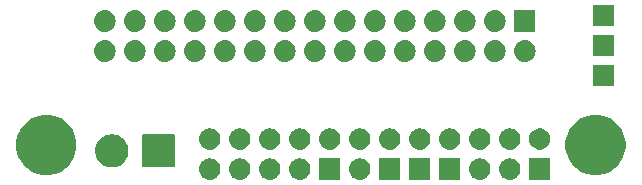
<source format=gts>
G04 #@! TF.GenerationSoftware,KiCad,Pcbnew,(5.1.4-0-10_14)*
G04 #@! TF.CreationDate,2019-10-04T00:01:10+03:00*
G04 #@! TF.ProjectId,RibbonCable_MB_BreakdownBoard_pt,52696262-6f6e-4436-9162-6c655f4d425f,rev?*
G04 #@! TF.SameCoordinates,Original*
G04 #@! TF.FileFunction,Soldermask,Top*
G04 #@! TF.FilePolarity,Negative*
%FSLAX46Y46*%
G04 Gerber Fmt 4.6, Leading zero omitted, Abs format (unit mm)*
G04 Created by KiCad (PCBNEW (5.1.4-0-10_14)) date 2019-10-04 00:01:10*
%MOMM*%
%LPD*%
G04 APERTURE LIST*
%ADD10C,0.150000*%
G04 APERTURE END LIST*
D10*
G36*
X156171000Y-87441000D02*
G01*
X154369000Y-87441000D01*
X154369000Y-85639000D01*
X156171000Y-85639000D01*
X156171000Y-87441000D01*
X156171000Y-87441000D01*
G37*
G36*
X152840443Y-85645519D02*
G01*
X152906627Y-85652037D01*
X153076466Y-85703557D01*
X153232991Y-85787222D01*
X153268729Y-85816552D01*
X153370186Y-85899814D01*
X153453448Y-86001271D01*
X153482778Y-86037009D01*
X153566443Y-86193534D01*
X153617963Y-86363373D01*
X153635359Y-86540000D01*
X153617963Y-86716627D01*
X153566443Y-86886466D01*
X153482778Y-87042991D01*
X153476205Y-87051000D01*
X153370186Y-87180186D01*
X153268729Y-87263448D01*
X153232991Y-87292778D01*
X153076466Y-87376443D01*
X152906627Y-87427963D01*
X152840442Y-87434482D01*
X152774260Y-87441000D01*
X152685740Y-87441000D01*
X152619558Y-87434482D01*
X152553373Y-87427963D01*
X152383534Y-87376443D01*
X152227009Y-87292778D01*
X152191271Y-87263448D01*
X152089814Y-87180186D01*
X151983795Y-87051000D01*
X151977222Y-87042991D01*
X151893557Y-86886466D01*
X151842037Y-86716627D01*
X151824641Y-86540000D01*
X151842037Y-86363373D01*
X151893557Y-86193534D01*
X151977222Y-86037009D01*
X152006552Y-86001271D01*
X152089814Y-85899814D01*
X152191271Y-85816552D01*
X152227009Y-85787222D01*
X152383534Y-85703557D01*
X152553373Y-85652037D01*
X152619557Y-85645519D01*
X152685740Y-85639000D01*
X152774260Y-85639000D01*
X152840443Y-85645519D01*
X152840443Y-85645519D01*
G37*
G36*
X150300443Y-85645519D02*
G01*
X150366627Y-85652037D01*
X150536466Y-85703557D01*
X150692991Y-85787222D01*
X150728729Y-85816552D01*
X150830186Y-85899814D01*
X150913448Y-86001271D01*
X150942778Y-86037009D01*
X151026443Y-86193534D01*
X151077963Y-86363373D01*
X151095359Y-86540000D01*
X151077963Y-86716627D01*
X151026443Y-86886466D01*
X150942778Y-87042991D01*
X150936205Y-87051000D01*
X150830186Y-87180186D01*
X150728729Y-87263448D01*
X150692991Y-87292778D01*
X150536466Y-87376443D01*
X150366627Y-87427963D01*
X150300442Y-87434482D01*
X150234260Y-87441000D01*
X150145740Y-87441000D01*
X150079558Y-87434482D01*
X150013373Y-87427963D01*
X149843534Y-87376443D01*
X149687009Y-87292778D01*
X149651271Y-87263448D01*
X149549814Y-87180186D01*
X149443795Y-87051000D01*
X149437222Y-87042991D01*
X149353557Y-86886466D01*
X149302037Y-86716627D01*
X149284641Y-86540000D01*
X149302037Y-86363373D01*
X149353557Y-86193534D01*
X149437222Y-86037009D01*
X149466552Y-86001271D01*
X149549814Y-85899814D01*
X149651271Y-85816552D01*
X149687009Y-85787222D01*
X149843534Y-85703557D01*
X150013373Y-85652037D01*
X150079557Y-85645519D01*
X150145740Y-85639000D01*
X150234260Y-85639000D01*
X150300443Y-85645519D01*
X150300443Y-85645519D01*
G37*
G36*
X148551000Y-87441000D02*
G01*
X146749000Y-87441000D01*
X146749000Y-85639000D01*
X148551000Y-85639000D01*
X148551000Y-87441000D01*
X148551000Y-87441000D01*
G37*
G36*
X146011000Y-87441000D02*
G01*
X144209000Y-87441000D01*
X144209000Y-85639000D01*
X146011000Y-85639000D01*
X146011000Y-87441000D01*
X146011000Y-87441000D01*
G37*
G36*
X143471000Y-87441000D02*
G01*
X141669000Y-87441000D01*
X141669000Y-85639000D01*
X143471000Y-85639000D01*
X143471000Y-87441000D01*
X143471000Y-87441000D01*
G37*
G36*
X140140443Y-85645519D02*
G01*
X140206627Y-85652037D01*
X140376466Y-85703557D01*
X140532991Y-85787222D01*
X140568729Y-85816552D01*
X140670186Y-85899814D01*
X140753448Y-86001271D01*
X140782778Y-86037009D01*
X140866443Y-86193534D01*
X140917963Y-86363373D01*
X140935359Y-86540000D01*
X140917963Y-86716627D01*
X140866443Y-86886466D01*
X140782778Y-87042991D01*
X140776205Y-87051000D01*
X140670186Y-87180186D01*
X140568729Y-87263448D01*
X140532991Y-87292778D01*
X140376466Y-87376443D01*
X140206627Y-87427963D01*
X140140442Y-87434482D01*
X140074260Y-87441000D01*
X139985740Y-87441000D01*
X139919558Y-87434482D01*
X139853373Y-87427963D01*
X139683534Y-87376443D01*
X139527009Y-87292778D01*
X139491271Y-87263448D01*
X139389814Y-87180186D01*
X139283795Y-87051000D01*
X139277222Y-87042991D01*
X139193557Y-86886466D01*
X139142037Y-86716627D01*
X139124641Y-86540000D01*
X139142037Y-86363373D01*
X139193557Y-86193534D01*
X139277222Y-86037009D01*
X139306552Y-86001271D01*
X139389814Y-85899814D01*
X139491271Y-85816552D01*
X139527009Y-85787222D01*
X139683534Y-85703557D01*
X139853373Y-85652037D01*
X139919557Y-85645519D01*
X139985740Y-85639000D01*
X140074260Y-85639000D01*
X140140443Y-85645519D01*
X140140443Y-85645519D01*
G37*
G36*
X138391000Y-87441000D02*
G01*
X136589000Y-87441000D01*
X136589000Y-85639000D01*
X138391000Y-85639000D01*
X138391000Y-87441000D01*
X138391000Y-87441000D01*
G37*
G36*
X135060443Y-85645519D02*
G01*
X135126627Y-85652037D01*
X135296466Y-85703557D01*
X135452991Y-85787222D01*
X135488729Y-85816552D01*
X135590186Y-85899814D01*
X135673448Y-86001271D01*
X135702778Y-86037009D01*
X135786443Y-86193534D01*
X135837963Y-86363373D01*
X135855359Y-86540000D01*
X135837963Y-86716627D01*
X135786443Y-86886466D01*
X135702778Y-87042991D01*
X135696205Y-87051000D01*
X135590186Y-87180186D01*
X135488729Y-87263448D01*
X135452991Y-87292778D01*
X135296466Y-87376443D01*
X135126627Y-87427963D01*
X135060442Y-87434482D01*
X134994260Y-87441000D01*
X134905740Y-87441000D01*
X134839558Y-87434482D01*
X134773373Y-87427963D01*
X134603534Y-87376443D01*
X134447009Y-87292778D01*
X134411271Y-87263448D01*
X134309814Y-87180186D01*
X134203795Y-87051000D01*
X134197222Y-87042991D01*
X134113557Y-86886466D01*
X134062037Y-86716627D01*
X134044641Y-86540000D01*
X134062037Y-86363373D01*
X134113557Y-86193534D01*
X134197222Y-86037009D01*
X134226552Y-86001271D01*
X134309814Y-85899814D01*
X134411271Y-85816552D01*
X134447009Y-85787222D01*
X134603534Y-85703557D01*
X134773373Y-85652037D01*
X134839557Y-85645519D01*
X134905740Y-85639000D01*
X134994260Y-85639000D01*
X135060443Y-85645519D01*
X135060443Y-85645519D01*
G37*
G36*
X132520443Y-85645519D02*
G01*
X132586627Y-85652037D01*
X132756466Y-85703557D01*
X132912991Y-85787222D01*
X132948729Y-85816552D01*
X133050186Y-85899814D01*
X133133448Y-86001271D01*
X133162778Y-86037009D01*
X133246443Y-86193534D01*
X133297963Y-86363373D01*
X133315359Y-86540000D01*
X133297963Y-86716627D01*
X133246443Y-86886466D01*
X133162778Y-87042991D01*
X133156205Y-87051000D01*
X133050186Y-87180186D01*
X132948729Y-87263448D01*
X132912991Y-87292778D01*
X132756466Y-87376443D01*
X132586627Y-87427963D01*
X132520442Y-87434482D01*
X132454260Y-87441000D01*
X132365740Y-87441000D01*
X132299558Y-87434482D01*
X132233373Y-87427963D01*
X132063534Y-87376443D01*
X131907009Y-87292778D01*
X131871271Y-87263448D01*
X131769814Y-87180186D01*
X131663795Y-87051000D01*
X131657222Y-87042991D01*
X131573557Y-86886466D01*
X131522037Y-86716627D01*
X131504641Y-86540000D01*
X131522037Y-86363373D01*
X131573557Y-86193534D01*
X131657222Y-86037009D01*
X131686552Y-86001271D01*
X131769814Y-85899814D01*
X131871271Y-85816552D01*
X131907009Y-85787222D01*
X132063534Y-85703557D01*
X132233373Y-85652037D01*
X132299557Y-85645519D01*
X132365740Y-85639000D01*
X132454260Y-85639000D01*
X132520443Y-85645519D01*
X132520443Y-85645519D01*
G37*
G36*
X129980443Y-85645519D02*
G01*
X130046627Y-85652037D01*
X130216466Y-85703557D01*
X130372991Y-85787222D01*
X130408729Y-85816552D01*
X130510186Y-85899814D01*
X130593448Y-86001271D01*
X130622778Y-86037009D01*
X130706443Y-86193534D01*
X130757963Y-86363373D01*
X130775359Y-86540000D01*
X130757963Y-86716627D01*
X130706443Y-86886466D01*
X130622778Y-87042991D01*
X130616205Y-87051000D01*
X130510186Y-87180186D01*
X130408729Y-87263448D01*
X130372991Y-87292778D01*
X130216466Y-87376443D01*
X130046627Y-87427963D01*
X129980442Y-87434482D01*
X129914260Y-87441000D01*
X129825740Y-87441000D01*
X129759558Y-87434482D01*
X129693373Y-87427963D01*
X129523534Y-87376443D01*
X129367009Y-87292778D01*
X129331271Y-87263448D01*
X129229814Y-87180186D01*
X129123795Y-87051000D01*
X129117222Y-87042991D01*
X129033557Y-86886466D01*
X128982037Y-86716627D01*
X128964641Y-86540000D01*
X128982037Y-86363373D01*
X129033557Y-86193534D01*
X129117222Y-86037009D01*
X129146552Y-86001271D01*
X129229814Y-85899814D01*
X129331271Y-85816552D01*
X129367009Y-85787222D01*
X129523534Y-85703557D01*
X129693373Y-85652037D01*
X129759557Y-85645519D01*
X129825740Y-85639000D01*
X129914260Y-85639000D01*
X129980443Y-85645519D01*
X129980443Y-85645519D01*
G37*
G36*
X127440443Y-85645519D02*
G01*
X127506627Y-85652037D01*
X127676466Y-85703557D01*
X127832991Y-85787222D01*
X127868729Y-85816552D01*
X127970186Y-85899814D01*
X128053448Y-86001271D01*
X128082778Y-86037009D01*
X128166443Y-86193534D01*
X128217963Y-86363373D01*
X128235359Y-86540000D01*
X128217963Y-86716627D01*
X128166443Y-86886466D01*
X128082778Y-87042991D01*
X128076205Y-87051000D01*
X127970186Y-87180186D01*
X127868729Y-87263448D01*
X127832991Y-87292778D01*
X127676466Y-87376443D01*
X127506627Y-87427963D01*
X127440442Y-87434482D01*
X127374260Y-87441000D01*
X127285740Y-87441000D01*
X127219558Y-87434482D01*
X127153373Y-87427963D01*
X126983534Y-87376443D01*
X126827009Y-87292778D01*
X126791271Y-87263448D01*
X126689814Y-87180186D01*
X126583795Y-87051000D01*
X126577222Y-87042991D01*
X126493557Y-86886466D01*
X126442037Y-86716627D01*
X126424641Y-86540000D01*
X126442037Y-86363373D01*
X126493557Y-86193534D01*
X126577222Y-86037009D01*
X126606552Y-86001271D01*
X126689814Y-85899814D01*
X126791271Y-85816552D01*
X126827009Y-85787222D01*
X126983534Y-85703557D01*
X127153373Y-85652037D01*
X127219557Y-85645519D01*
X127285740Y-85639000D01*
X127374260Y-85639000D01*
X127440443Y-85645519D01*
X127440443Y-85645519D01*
G37*
G36*
X114244098Y-82047033D02*
G01*
X114708350Y-82239332D01*
X114708352Y-82239333D01*
X115126168Y-82518509D01*
X115481491Y-82873832D01*
X115730982Y-83247222D01*
X115760668Y-83291650D01*
X115952967Y-83755902D01*
X116051000Y-84248747D01*
X116051000Y-84751253D01*
X115952967Y-85244098D01*
X115779195Y-85663621D01*
X115760667Y-85708352D01*
X115481491Y-86126168D01*
X115126168Y-86481491D01*
X114708352Y-86760667D01*
X114708351Y-86760668D01*
X114708350Y-86760668D01*
X114244098Y-86952967D01*
X113751253Y-87051000D01*
X113248747Y-87051000D01*
X112755902Y-86952967D01*
X112291650Y-86760668D01*
X112291649Y-86760668D01*
X112291648Y-86760667D01*
X111873832Y-86481491D01*
X111518509Y-86126168D01*
X111239333Y-85708352D01*
X111220805Y-85663621D01*
X111047033Y-85244098D01*
X110949000Y-84751253D01*
X110949000Y-84248747D01*
X111047033Y-83755902D01*
X111239332Y-83291650D01*
X111269018Y-83247222D01*
X111518509Y-82873832D01*
X111873832Y-82518509D01*
X112291648Y-82239333D01*
X112291650Y-82239332D01*
X112755902Y-82047033D01*
X113248747Y-81949000D01*
X113751253Y-81949000D01*
X114244098Y-82047033D01*
X114244098Y-82047033D01*
G37*
G36*
X160744098Y-82047033D02*
G01*
X161208350Y-82239332D01*
X161208352Y-82239333D01*
X161626168Y-82518509D01*
X161981491Y-82873832D01*
X162230982Y-83247222D01*
X162260668Y-83291650D01*
X162452967Y-83755902D01*
X162551000Y-84248747D01*
X162551000Y-84751253D01*
X162452967Y-85244098D01*
X162279195Y-85663621D01*
X162260667Y-85708352D01*
X161981491Y-86126168D01*
X161626168Y-86481491D01*
X161208352Y-86760667D01*
X161208351Y-86760668D01*
X161208350Y-86760668D01*
X160744098Y-86952967D01*
X160251253Y-87051000D01*
X159748747Y-87051000D01*
X159255902Y-86952967D01*
X158791650Y-86760668D01*
X158791649Y-86760668D01*
X158791648Y-86760667D01*
X158373832Y-86481491D01*
X158018509Y-86126168D01*
X157739333Y-85708352D01*
X157720805Y-85663621D01*
X157547033Y-85244098D01*
X157449000Y-84751253D01*
X157449000Y-84248747D01*
X157547033Y-83755902D01*
X157739332Y-83291650D01*
X157769018Y-83247222D01*
X158018509Y-82873832D01*
X158373832Y-82518509D01*
X158791648Y-82239333D01*
X158791650Y-82239332D01*
X159255902Y-82047033D01*
X159748747Y-81949000D01*
X160251253Y-81949000D01*
X160744098Y-82047033D01*
X160744098Y-82047033D01*
G37*
G36*
X119314038Y-83626062D02*
G01*
X119448657Y-83652839D01*
X119554097Y-83696514D01*
X119703621Y-83758449D01*
X119777525Y-83807830D01*
X119933086Y-83911772D01*
X120128228Y-84106914D01*
X120174807Y-84176625D01*
X120281551Y-84336379D01*
X120387161Y-84591344D01*
X120441000Y-84862012D01*
X120441000Y-85137988D01*
X120387161Y-85408656D01*
X120281551Y-85663621D01*
X120254866Y-85703558D01*
X120128228Y-85893086D01*
X119933086Y-86088228D01*
X119876304Y-86126168D01*
X119703621Y-86241551D01*
X119625207Y-86274031D01*
X119448657Y-86347161D01*
X119367142Y-86363375D01*
X119177988Y-86401000D01*
X118902012Y-86401000D01*
X118712858Y-86363375D01*
X118631343Y-86347161D01*
X118454793Y-86274031D01*
X118376379Y-86241551D01*
X118203696Y-86126168D01*
X118146914Y-86088228D01*
X117951772Y-85893086D01*
X117825134Y-85703558D01*
X117798449Y-85663621D01*
X117692839Y-85408656D01*
X117639000Y-85137988D01*
X117639000Y-84862012D01*
X117692839Y-84591344D01*
X117798449Y-84336379D01*
X117905193Y-84176625D01*
X117951772Y-84106914D01*
X118146914Y-83911772D01*
X118302475Y-83807830D01*
X118376379Y-83758449D01*
X118525903Y-83696514D01*
X118631343Y-83652839D01*
X118765962Y-83626062D01*
X118902012Y-83599000D01*
X119177988Y-83599000D01*
X119314038Y-83626062D01*
X119314038Y-83626062D01*
G37*
G36*
X124274031Y-83602621D02*
G01*
X124303486Y-83611556D01*
X124330623Y-83626062D01*
X124354414Y-83645586D01*
X124373938Y-83669377D01*
X124388444Y-83696514D01*
X124397379Y-83725969D01*
X124401000Y-83762734D01*
X124401000Y-86237266D01*
X124397379Y-86274031D01*
X124388444Y-86303486D01*
X124373938Y-86330623D01*
X124354414Y-86354414D01*
X124330623Y-86373938D01*
X124303486Y-86388444D01*
X124274031Y-86397379D01*
X124237266Y-86401000D01*
X121762734Y-86401000D01*
X121725969Y-86397379D01*
X121696514Y-86388444D01*
X121669377Y-86373938D01*
X121645586Y-86354414D01*
X121626062Y-86330623D01*
X121611556Y-86303486D01*
X121602621Y-86274031D01*
X121599000Y-86237266D01*
X121599000Y-83762734D01*
X121602621Y-83725969D01*
X121611556Y-83696514D01*
X121626062Y-83669377D01*
X121645586Y-83645586D01*
X121669377Y-83626062D01*
X121696514Y-83611556D01*
X121725969Y-83602621D01*
X121762734Y-83599000D01*
X124237266Y-83599000D01*
X124274031Y-83602621D01*
X124274031Y-83602621D01*
G37*
G36*
X150300442Y-83105518D02*
G01*
X150366627Y-83112037D01*
X150536466Y-83163557D01*
X150692991Y-83247222D01*
X150728729Y-83276552D01*
X150830186Y-83359814D01*
X150913448Y-83461271D01*
X150942778Y-83497009D01*
X151026443Y-83653534D01*
X151077963Y-83823373D01*
X151095359Y-84000000D01*
X151077963Y-84176627D01*
X151026443Y-84346466D01*
X150942778Y-84502991D01*
X150913448Y-84538729D01*
X150830186Y-84640186D01*
X150757480Y-84699853D01*
X150692991Y-84752778D01*
X150536466Y-84836443D01*
X150366627Y-84887963D01*
X150300442Y-84894482D01*
X150234260Y-84901000D01*
X150145740Y-84901000D01*
X150079558Y-84894482D01*
X150013373Y-84887963D01*
X149843534Y-84836443D01*
X149687009Y-84752778D01*
X149622520Y-84699853D01*
X149549814Y-84640186D01*
X149466552Y-84538729D01*
X149437222Y-84502991D01*
X149353557Y-84346466D01*
X149302037Y-84176627D01*
X149284641Y-84000000D01*
X149302037Y-83823373D01*
X149353557Y-83653534D01*
X149437222Y-83497009D01*
X149466552Y-83461271D01*
X149549814Y-83359814D01*
X149651271Y-83276552D01*
X149687009Y-83247222D01*
X149843534Y-83163557D01*
X150013373Y-83112037D01*
X150079558Y-83105518D01*
X150145740Y-83099000D01*
X150234260Y-83099000D01*
X150300442Y-83105518D01*
X150300442Y-83105518D01*
G37*
G36*
X142680442Y-83105518D02*
G01*
X142746627Y-83112037D01*
X142916466Y-83163557D01*
X143072991Y-83247222D01*
X143108729Y-83276552D01*
X143210186Y-83359814D01*
X143293448Y-83461271D01*
X143322778Y-83497009D01*
X143406443Y-83653534D01*
X143457963Y-83823373D01*
X143475359Y-84000000D01*
X143457963Y-84176627D01*
X143406443Y-84346466D01*
X143322778Y-84502991D01*
X143293448Y-84538729D01*
X143210186Y-84640186D01*
X143137480Y-84699853D01*
X143072991Y-84752778D01*
X142916466Y-84836443D01*
X142746627Y-84887963D01*
X142680442Y-84894482D01*
X142614260Y-84901000D01*
X142525740Y-84901000D01*
X142459558Y-84894482D01*
X142393373Y-84887963D01*
X142223534Y-84836443D01*
X142067009Y-84752778D01*
X142002520Y-84699853D01*
X141929814Y-84640186D01*
X141846552Y-84538729D01*
X141817222Y-84502991D01*
X141733557Y-84346466D01*
X141682037Y-84176627D01*
X141664641Y-84000000D01*
X141682037Y-83823373D01*
X141733557Y-83653534D01*
X141817222Y-83497009D01*
X141846552Y-83461271D01*
X141929814Y-83359814D01*
X142031271Y-83276552D01*
X142067009Y-83247222D01*
X142223534Y-83163557D01*
X142393373Y-83112037D01*
X142459558Y-83105518D01*
X142525740Y-83099000D01*
X142614260Y-83099000D01*
X142680442Y-83105518D01*
X142680442Y-83105518D01*
G37*
G36*
X147760442Y-83105518D02*
G01*
X147826627Y-83112037D01*
X147996466Y-83163557D01*
X148152991Y-83247222D01*
X148188729Y-83276552D01*
X148290186Y-83359814D01*
X148373448Y-83461271D01*
X148402778Y-83497009D01*
X148486443Y-83653534D01*
X148537963Y-83823373D01*
X148555359Y-84000000D01*
X148537963Y-84176627D01*
X148486443Y-84346466D01*
X148402778Y-84502991D01*
X148373448Y-84538729D01*
X148290186Y-84640186D01*
X148217480Y-84699853D01*
X148152991Y-84752778D01*
X147996466Y-84836443D01*
X147826627Y-84887963D01*
X147760442Y-84894482D01*
X147694260Y-84901000D01*
X147605740Y-84901000D01*
X147539558Y-84894482D01*
X147473373Y-84887963D01*
X147303534Y-84836443D01*
X147147009Y-84752778D01*
X147082520Y-84699853D01*
X147009814Y-84640186D01*
X146926552Y-84538729D01*
X146897222Y-84502991D01*
X146813557Y-84346466D01*
X146762037Y-84176627D01*
X146744641Y-84000000D01*
X146762037Y-83823373D01*
X146813557Y-83653534D01*
X146897222Y-83497009D01*
X146926552Y-83461271D01*
X147009814Y-83359814D01*
X147111271Y-83276552D01*
X147147009Y-83247222D01*
X147303534Y-83163557D01*
X147473373Y-83112037D01*
X147539558Y-83105518D01*
X147605740Y-83099000D01*
X147694260Y-83099000D01*
X147760442Y-83105518D01*
X147760442Y-83105518D01*
G37*
G36*
X145220442Y-83105518D02*
G01*
X145286627Y-83112037D01*
X145456466Y-83163557D01*
X145612991Y-83247222D01*
X145648729Y-83276552D01*
X145750186Y-83359814D01*
X145833448Y-83461271D01*
X145862778Y-83497009D01*
X145946443Y-83653534D01*
X145997963Y-83823373D01*
X146015359Y-84000000D01*
X145997963Y-84176627D01*
X145946443Y-84346466D01*
X145862778Y-84502991D01*
X145833448Y-84538729D01*
X145750186Y-84640186D01*
X145677480Y-84699853D01*
X145612991Y-84752778D01*
X145456466Y-84836443D01*
X145286627Y-84887963D01*
X145220442Y-84894482D01*
X145154260Y-84901000D01*
X145065740Y-84901000D01*
X144999558Y-84894482D01*
X144933373Y-84887963D01*
X144763534Y-84836443D01*
X144607009Y-84752778D01*
X144542520Y-84699853D01*
X144469814Y-84640186D01*
X144386552Y-84538729D01*
X144357222Y-84502991D01*
X144273557Y-84346466D01*
X144222037Y-84176627D01*
X144204641Y-84000000D01*
X144222037Y-83823373D01*
X144273557Y-83653534D01*
X144357222Y-83497009D01*
X144386552Y-83461271D01*
X144469814Y-83359814D01*
X144571271Y-83276552D01*
X144607009Y-83247222D01*
X144763534Y-83163557D01*
X144933373Y-83112037D01*
X144999558Y-83105518D01*
X145065740Y-83099000D01*
X145154260Y-83099000D01*
X145220442Y-83105518D01*
X145220442Y-83105518D01*
G37*
G36*
X140140442Y-83105518D02*
G01*
X140206627Y-83112037D01*
X140376466Y-83163557D01*
X140532991Y-83247222D01*
X140568729Y-83276552D01*
X140670186Y-83359814D01*
X140753448Y-83461271D01*
X140782778Y-83497009D01*
X140866443Y-83653534D01*
X140917963Y-83823373D01*
X140935359Y-84000000D01*
X140917963Y-84176627D01*
X140866443Y-84346466D01*
X140782778Y-84502991D01*
X140753448Y-84538729D01*
X140670186Y-84640186D01*
X140597480Y-84699853D01*
X140532991Y-84752778D01*
X140376466Y-84836443D01*
X140206627Y-84887963D01*
X140140442Y-84894482D01*
X140074260Y-84901000D01*
X139985740Y-84901000D01*
X139919558Y-84894482D01*
X139853373Y-84887963D01*
X139683534Y-84836443D01*
X139527009Y-84752778D01*
X139462520Y-84699853D01*
X139389814Y-84640186D01*
X139306552Y-84538729D01*
X139277222Y-84502991D01*
X139193557Y-84346466D01*
X139142037Y-84176627D01*
X139124641Y-84000000D01*
X139142037Y-83823373D01*
X139193557Y-83653534D01*
X139277222Y-83497009D01*
X139306552Y-83461271D01*
X139389814Y-83359814D01*
X139491271Y-83276552D01*
X139527009Y-83247222D01*
X139683534Y-83163557D01*
X139853373Y-83112037D01*
X139919558Y-83105518D01*
X139985740Y-83099000D01*
X140074260Y-83099000D01*
X140140442Y-83105518D01*
X140140442Y-83105518D01*
G37*
G36*
X152840442Y-83105518D02*
G01*
X152906627Y-83112037D01*
X153076466Y-83163557D01*
X153232991Y-83247222D01*
X153268729Y-83276552D01*
X153370186Y-83359814D01*
X153453448Y-83461271D01*
X153482778Y-83497009D01*
X153566443Y-83653534D01*
X153617963Y-83823373D01*
X153635359Y-84000000D01*
X153617963Y-84176627D01*
X153566443Y-84346466D01*
X153482778Y-84502991D01*
X153453448Y-84538729D01*
X153370186Y-84640186D01*
X153297480Y-84699853D01*
X153232991Y-84752778D01*
X153076466Y-84836443D01*
X152906627Y-84887963D01*
X152840442Y-84894482D01*
X152774260Y-84901000D01*
X152685740Y-84901000D01*
X152619558Y-84894482D01*
X152553373Y-84887963D01*
X152383534Y-84836443D01*
X152227009Y-84752778D01*
X152162520Y-84699853D01*
X152089814Y-84640186D01*
X152006552Y-84538729D01*
X151977222Y-84502991D01*
X151893557Y-84346466D01*
X151842037Y-84176627D01*
X151824641Y-84000000D01*
X151842037Y-83823373D01*
X151893557Y-83653534D01*
X151977222Y-83497009D01*
X152006552Y-83461271D01*
X152089814Y-83359814D01*
X152191271Y-83276552D01*
X152227009Y-83247222D01*
X152383534Y-83163557D01*
X152553373Y-83112037D01*
X152619558Y-83105518D01*
X152685740Y-83099000D01*
X152774260Y-83099000D01*
X152840442Y-83105518D01*
X152840442Y-83105518D01*
G37*
G36*
X137600442Y-83105518D02*
G01*
X137666627Y-83112037D01*
X137836466Y-83163557D01*
X137992991Y-83247222D01*
X138028729Y-83276552D01*
X138130186Y-83359814D01*
X138213448Y-83461271D01*
X138242778Y-83497009D01*
X138326443Y-83653534D01*
X138377963Y-83823373D01*
X138395359Y-84000000D01*
X138377963Y-84176627D01*
X138326443Y-84346466D01*
X138242778Y-84502991D01*
X138213448Y-84538729D01*
X138130186Y-84640186D01*
X138057480Y-84699853D01*
X137992991Y-84752778D01*
X137836466Y-84836443D01*
X137666627Y-84887963D01*
X137600442Y-84894482D01*
X137534260Y-84901000D01*
X137445740Y-84901000D01*
X137379558Y-84894482D01*
X137313373Y-84887963D01*
X137143534Y-84836443D01*
X136987009Y-84752778D01*
X136922520Y-84699853D01*
X136849814Y-84640186D01*
X136766552Y-84538729D01*
X136737222Y-84502991D01*
X136653557Y-84346466D01*
X136602037Y-84176627D01*
X136584641Y-84000000D01*
X136602037Y-83823373D01*
X136653557Y-83653534D01*
X136737222Y-83497009D01*
X136766552Y-83461271D01*
X136849814Y-83359814D01*
X136951271Y-83276552D01*
X136987009Y-83247222D01*
X137143534Y-83163557D01*
X137313373Y-83112037D01*
X137379558Y-83105518D01*
X137445740Y-83099000D01*
X137534260Y-83099000D01*
X137600442Y-83105518D01*
X137600442Y-83105518D01*
G37*
G36*
X155383512Y-83103927D02*
G01*
X155532812Y-83133624D01*
X155696784Y-83201544D01*
X155844354Y-83300147D01*
X155969853Y-83425646D01*
X156068456Y-83573216D01*
X156136376Y-83737188D01*
X156171000Y-83911259D01*
X156171000Y-84088741D01*
X156136376Y-84262812D01*
X156068456Y-84426784D01*
X155969853Y-84574354D01*
X155844354Y-84699853D01*
X155696784Y-84798456D01*
X155532812Y-84866376D01*
X155383512Y-84896073D01*
X155358742Y-84901000D01*
X155181258Y-84901000D01*
X155156488Y-84896073D01*
X155007188Y-84866376D01*
X154843216Y-84798456D01*
X154695646Y-84699853D01*
X154570147Y-84574354D01*
X154471544Y-84426784D01*
X154403624Y-84262812D01*
X154369000Y-84088741D01*
X154369000Y-83911259D01*
X154403624Y-83737188D01*
X154471544Y-83573216D01*
X154570147Y-83425646D01*
X154695646Y-83300147D01*
X154843216Y-83201544D01*
X155007188Y-83133624D01*
X155156488Y-83103927D01*
X155181258Y-83099000D01*
X155358742Y-83099000D01*
X155383512Y-83103927D01*
X155383512Y-83103927D01*
G37*
G36*
X135060442Y-83105518D02*
G01*
X135126627Y-83112037D01*
X135296466Y-83163557D01*
X135452991Y-83247222D01*
X135488729Y-83276552D01*
X135590186Y-83359814D01*
X135673448Y-83461271D01*
X135702778Y-83497009D01*
X135786443Y-83653534D01*
X135837963Y-83823373D01*
X135855359Y-84000000D01*
X135837963Y-84176627D01*
X135786443Y-84346466D01*
X135702778Y-84502991D01*
X135673448Y-84538729D01*
X135590186Y-84640186D01*
X135517480Y-84699853D01*
X135452991Y-84752778D01*
X135296466Y-84836443D01*
X135126627Y-84887963D01*
X135060442Y-84894482D01*
X134994260Y-84901000D01*
X134905740Y-84901000D01*
X134839558Y-84894482D01*
X134773373Y-84887963D01*
X134603534Y-84836443D01*
X134447009Y-84752778D01*
X134382520Y-84699853D01*
X134309814Y-84640186D01*
X134226552Y-84538729D01*
X134197222Y-84502991D01*
X134113557Y-84346466D01*
X134062037Y-84176627D01*
X134044641Y-84000000D01*
X134062037Y-83823373D01*
X134113557Y-83653534D01*
X134197222Y-83497009D01*
X134226552Y-83461271D01*
X134309814Y-83359814D01*
X134411271Y-83276552D01*
X134447009Y-83247222D01*
X134603534Y-83163557D01*
X134773373Y-83112037D01*
X134839558Y-83105518D01*
X134905740Y-83099000D01*
X134994260Y-83099000D01*
X135060442Y-83105518D01*
X135060442Y-83105518D01*
G37*
G36*
X132520442Y-83105518D02*
G01*
X132586627Y-83112037D01*
X132756466Y-83163557D01*
X132912991Y-83247222D01*
X132948729Y-83276552D01*
X133050186Y-83359814D01*
X133133448Y-83461271D01*
X133162778Y-83497009D01*
X133246443Y-83653534D01*
X133297963Y-83823373D01*
X133315359Y-84000000D01*
X133297963Y-84176627D01*
X133246443Y-84346466D01*
X133162778Y-84502991D01*
X133133448Y-84538729D01*
X133050186Y-84640186D01*
X132977480Y-84699853D01*
X132912991Y-84752778D01*
X132756466Y-84836443D01*
X132586627Y-84887963D01*
X132520442Y-84894482D01*
X132454260Y-84901000D01*
X132365740Y-84901000D01*
X132299558Y-84894482D01*
X132233373Y-84887963D01*
X132063534Y-84836443D01*
X131907009Y-84752778D01*
X131842520Y-84699853D01*
X131769814Y-84640186D01*
X131686552Y-84538729D01*
X131657222Y-84502991D01*
X131573557Y-84346466D01*
X131522037Y-84176627D01*
X131504641Y-84000000D01*
X131522037Y-83823373D01*
X131573557Y-83653534D01*
X131657222Y-83497009D01*
X131686552Y-83461271D01*
X131769814Y-83359814D01*
X131871271Y-83276552D01*
X131907009Y-83247222D01*
X132063534Y-83163557D01*
X132233373Y-83112037D01*
X132299558Y-83105518D01*
X132365740Y-83099000D01*
X132454260Y-83099000D01*
X132520442Y-83105518D01*
X132520442Y-83105518D01*
G37*
G36*
X129980442Y-83105518D02*
G01*
X130046627Y-83112037D01*
X130216466Y-83163557D01*
X130372991Y-83247222D01*
X130408729Y-83276552D01*
X130510186Y-83359814D01*
X130593448Y-83461271D01*
X130622778Y-83497009D01*
X130706443Y-83653534D01*
X130757963Y-83823373D01*
X130775359Y-84000000D01*
X130757963Y-84176627D01*
X130706443Y-84346466D01*
X130622778Y-84502991D01*
X130593448Y-84538729D01*
X130510186Y-84640186D01*
X130437480Y-84699853D01*
X130372991Y-84752778D01*
X130216466Y-84836443D01*
X130046627Y-84887963D01*
X129980442Y-84894482D01*
X129914260Y-84901000D01*
X129825740Y-84901000D01*
X129759558Y-84894482D01*
X129693373Y-84887963D01*
X129523534Y-84836443D01*
X129367009Y-84752778D01*
X129302520Y-84699853D01*
X129229814Y-84640186D01*
X129146552Y-84538729D01*
X129117222Y-84502991D01*
X129033557Y-84346466D01*
X128982037Y-84176627D01*
X128964641Y-84000000D01*
X128982037Y-83823373D01*
X129033557Y-83653534D01*
X129117222Y-83497009D01*
X129146552Y-83461271D01*
X129229814Y-83359814D01*
X129331271Y-83276552D01*
X129367009Y-83247222D01*
X129523534Y-83163557D01*
X129693373Y-83112037D01*
X129759558Y-83105518D01*
X129825740Y-83099000D01*
X129914260Y-83099000D01*
X129980442Y-83105518D01*
X129980442Y-83105518D01*
G37*
G36*
X127440442Y-83105518D02*
G01*
X127506627Y-83112037D01*
X127676466Y-83163557D01*
X127832991Y-83247222D01*
X127868729Y-83276552D01*
X127970186Y-83359814D01*
X128053448Y-83461271D01*
X128082778Y-83497009D01*
X128166443Y-83653534D01*
X128217963Y-83823373D01*
X128235359Y-84000000D01*
X128217963Y-84176627D01*
X128166443Y-84346466D01*
X128082778Y-84502991D01*
X128053448Y-84538729D01*
X127970186Y-84640186D01*
X127897480Y-84699853D01*
X127832991Y-84752778D01*
X127676466Y-84836443D01*
X127506627Y-84887963D01*
X127440442Y-84894482D01*
X127374260Y-84901000D01*
X127285740Y-84901000D01*
X127219558Y-84894482D01*
X127153373Y-84887963D01*
X126983534Y-84836443D01*
X126827009Y-84752778D01*
X126762520Y-84699853D01*
X126689814Y-84640186D01*
X126606552Y-84538729D01*
X126577222Y-84502991D01*
X126493557Y-84346466D01*
X126442037Y-84176627D01*
X126424641Y-84000000D01*
X126442037Y-83823373D01*
X126493557Y-83653534D01*
X126577222Y-83497009D01*
X126606552Y-83461271D01*
X126689814Y-83359814D01*
X126791271Y-83276552D01*
X126827009Y-83247222D01*
X126983534Y-83163557D01*
X127153373Y-83112037D01*
X127219558Y-83105518D01*
X127285740Y-83099000D01*
X127374260Y-83099000D01*
X127440442Y-83105518D01*
X127440442Y-83105518D01*
G37*
G36*
X161583330Y-79514693D02*
G01*
X159781330Y-79514693D01*
X159781330Y-77712693D01*
X161583330Y-77712693D01*
X161583330Y-79514693D01*
X161583330Y-79514693D01*
G37*
G36*
X154179294Y-75638633D02*
G01*
X154351695Y-75690931D01*
X154510583Y-75775858D01*
X154649849Y-75890151D01*
X154764142Y-76029417D01*
X154849069Y-76188305D01*
X154901367Y-76360706D01*
X154919025Y-76540000D01*
X154901367Y-76719294D01*
X154849069Y-76891695D01*
X154764142Y-77050583D01*
X154649849Y-77189849D01*
X154510583Y-77304142D01*
X154351695Y-77389069D01*
X154179294Y-77441367D01*
X154044931Y-77454600D01*
X153955069Y-77454600D01*
X153820706Y-77441367D01*
X153648305Y-77389069D01*
X153489417Y-77304142D01*
X153350151Y-77189849D01*
X153235858Y-77050583D01*
X153150931Y-76891695D01*
X153098633Y-76719294D01*
X153080975Y-76540000D01*
X153098633Y-76360706D01*
X153150931Y-76188305D01*
X153235858Y-76029417D01*
X153350151Y-75890151D01*
X153489417Y-75775858D01*
X153648305Y-75690931D01*
X153820706Y-75638633D01*
X153955069Y-75625400D01*
X154044931Y-75625400D01*
X154179294Y-75638633D01*
X154179294Y-75638633D01*
G37*
G36*
X151639294Y-75638633D02*
G01*
X151811695Y-75690931D01*
X151970583Y-75775858D01*
X152109849Y-75890151D01*
X152224142Y-76029417D01*
X152309069Y-76188305D01*
X152361367Y-76360706D01*
X152379025Y-76540000D01*
X152361367Y-76719294D01*
X152309069Y-76891695D01*
X152224142Y-77050583D01*
X152109849Y-77189849D01*
X151970583Y-77304142D01*
X151811695Y-77389069D01*
X151639294Y-77441367D01*
X151504931Y-77454600D01*
X151415069Y-77454600D01*
X151280706Y-77441367D01*
X151108305Y-77389069D01*
X150949417Y-77304142D01*
X150810151Y-77189849D01*
X150695858Y-77050583D01*
X150610931Y-76891695D01*
X150558633Y-76719294D01*
X150540975Y-76540000D01*
X150558633Y-76360706D01*
X150610931Y-76188305D01*
X150695858Y-76029417D01*
X150810151Y-75890151D01*
X150949417Y-75775858D01*
X151108305Y-75690931D01*
X151280706Y-75638633D01*
X151415069Y-75625400D01*
X151504931Y-75625400D01*
X151639294Y-75638633D01*
X151639294Y-75638633D01*
G37*
G36*
X149099294Y-75638633D02*
G01*
X149271695Y-75690931D01*
X149430583Y-75775858D01*
X149569849Y-75890151D01*
X149684142Y-76029417D01*
X149769069Y-76188305D01*
X149821367Y-76360706D01*
X149839025Y-76540000D01*
X149821367Y-76719294D01*
X149769069Y-76891695D01*
X149684142Y-77050583D01*
X149569849Y-77189849D01*
X149430583Y-77304142D01*
X149271695Y-77389069D01*
X149099294Y-77441367D01*
X148964931Y-77454600D01*
X148875069Y-77454600D01*
X148740706Y-77441367D01*
X148568305Y-77389069D01*
X148409417Y-77304142D01*
X148270151Y-77189849D01*
X148155858Y-77050583D01*
X148070931Y-76891695D01*
X148018633Y-76719294D01*
X148000975Y-76540000D01*
X148018633Y-76360706D01*
X148070931Y-76188305D01*
X148155858Y-76029417D01*
X148270151Y-75890151D01*
X148409417Y-75775858D01*
X148568305Y-75690931D01*
X148740706Y-75638633D01*
X148875069Y-75625400D01*
X148964931Y-75625400D01*
X149099294Y-75638633D01*
X149099294Y-75638633D01*
G37*
G36*
X146559294Y-75638633D02*
G01*
X146731695Y-75690931D01*
X146890583Y-75775858D01*
X147029849Y-75890151D01*
X147144142Y-76029417D01*
X147229069Y-76188305D01*
X147281367Y-76360706D01*
X147299025Y-76540000D01*
X147281367Y-76719294D01*
X147229069Y-76891695D01*
X147144142Y-77050583D01*
X147029849Y-77189849D01*
X146890583Y-77304142D01*
X146731695Y-77389069D01*
X146559294Y-77441367D01*
X146424931Y-77454600D01*
X146335069Y-77454600D01*
X146200706Y-77441367D01*
X146028305Y-77389069D01*
X145869417Y-77304142D01*
X145730151Y-77189849D01*
X145615858Y-77050583D01*
X145530931Y-76891695D01*
X145478633Y-76719294D01*
X145460975Y-76540000D01*
X145478633Y-76360706D01*
X145530931Y-76188305D01*
X145615858Y-76029417D01*
X145730151Y-75890151D01*
X145869417Y-75775858D01*
X146028305Y-75690931D01*
X146200706Y-75638633D01*
X146335069Y-75625400D01*
X146424931Y-75625400D01*
X146559294Y-75638633D01*
X146559294Y-75638633D01*
G37*
G36*
X144019294Y-75638633D02*
G01*
X144191695Y-75690931D01*
X144350583Y-75775858D01*
X144489849Y-75890151D01*
X144604142Y-76029417D01*
X144689069Y-76188305D01*
X144741367Y-76360706D01*
X144759025Y-76540000D01*
X144741367Y-76719294D01*
X144689069Y-76891695D01*
X144604142Y-77050583D01*
X144489849Y-77189849D01*
X144350583Y-77304142D01*
X144191695Y-77389069D01*
X144019294Y-77441367D01*
X143884931Y-77454600D01*
X143795069Y-77454600D01*
X143660706Y-77441367D01*
X143488305Y-77389069D01*
X143329417Y-77304142D01*
X143190151Y-77189849D01*
X143075858Y-77050583D01*
X142990931Y-76891695D01*
X142938633Y-76719294D01*
X142920975Y-76540000D01*
X142938633Y-76360706D01*
X142990931Y-76188305D01*
X143075858Y-76029417D01*
X143190151Y-75890151D01*
X143329417Y-75775858D01*
X143488305Y-75690931D01*
X143660706Y-75638633D01*
X143795069Y-75625400D01*
X143884931Y-75625400D01*
X144019294Y-75638633D01*
X144019294Y-75638633D01*
G37*
G36*
X141479294Y-75638633D02*
G01*
X141651695Y-75690931D01*
X141810583Y-75775858D01*
X141949849Y-75890151D01*
X142064142Y-76029417D01*
X142149069Y-76188305D01*
X142201367Y-76360706D01*
X142219025Y-76540000D01*
X142201367Y-76719294D01*
X142149069Y-76891695D01*
X142064142Y-77050583D01*
X141949849Y-77189849D01*
X141810583Y-77304142D01*
X141651695Y-77389069D01*
X141479294Y-77441367D01*
X141344931Y-77454600D01*
X141255069Y-77454600D01*
X141120706Y-77441367D01*
X140948305Y-77389069D01*
X140789417Y-77304142D01*
X140650151Y-77189849D01*
X140535858Y-77050583D01*
X140450931Y-76891695D01*
X140398633Y-76719294D01*
X140380975Y-76540000D01*
X140398633Y-76360706D01*
X140450931Y-76188305D01*
X140535858Y-76029417D01*
X140650151Y-75890151D01*
X140789417Y-75775858D01*
X140948305Y-75690931D01*
X141120706Y-75638633D01*
X141255069Y-75625400D01*
X141344931Y-75625400D01*
X141479294Y-75638633D01*
X141479294Y-75638633D01*
G37*
G36*
X138939294Y-75638633D02*
G01*
X139111695Y-75690931D01*
X139270583Y-75775858D01*
X139409849Y-75890151D01*
X139524142Y-76029417D01*
X139609069Y-76188305D01*
X139661367Y-76360706D01*
X139679025Y-76540000D01*
X139661367Y-76719294D01*
X139609069Y-76891695D01*
X139524142Y-77050583D01*
X139409849Y-77189849D01*
X139270583Y-77304142D01*
X139111695Y-77389069D01*
X138939294Y-77441367D01*
X138804931Y-77454600D01*
X138715069Y-77454600D01*
X138580706Y-77441367D01*
X138408305Y-77389069D01*
X138249417Y-77304142D01*
X138110151Y-77189849D01*
X137995858Y-77050583D01*
X137910931Y-76891695D01*
X137858633Y-76719294D01*
X137840975Y-76540000D01*
X137858633Y-76360706D01*
X137910931Y-76188305D01*
X137995858Y-76029417D01*
X138110151Y-75890151D01*
X138249417Y-75775858D01*
X138408305Y-75690931D01*
X138580706Y-75638633D01*
X138715069Y-75625400D01*
X138804931Y-75625400D01*
X138939294Y-75638633D01*
X138939294Y-75638633D01*
G37*
G36*
X136399294Y-75638633D02*
G01*
X136571695Y-75690931D01*
X136730583Y-75775858D01*
X136869849Y-75890151D01*
X136984142Y-76029417D01*
X137069069Y-76188305D01*
X137121367Y-76360706D01*
X137139025Y-76540000D01*
X137121367Y-76719294D01*
X137069069Y-76891695D01*
X136984142Y-77050583D01*
X136869849Y-77189849D01*
X136730583Y-77304142D01*
X136571695Y-77389069D01*
X136399294Y-77441367D01*
X136264931Y-77454600D01*
X136175069Y-77454600D01*
X136040706Y-77441367D01*
X135868305Y-77389069D01*
X135709417Y-77304142D01*
X135570151Y-77189849D01*
X135455858Y-77050583D01*
X135370931Y-76891695D01*
X135318633Y-76719294D01*
X135300975Y-76540000D01*
X135318633Y-76360706D01*
X135370931Y-76188305D01*
X135455858Y-76029417D01*
X135570151Y-75890151D01*
X135709417Y-75775858D01*
X135868305Y-75690931D01*
X136040706Y-75638633D01*
X136175069Y-75625400D01*
X136264931Y-75625400D01*
X136399294Y-75638633D01*
X136399294Y-75638633D01*
G37*
G36*
X133859294Y-75638633D02*
G01*
X134031695Y-75690931D01*
X134190583Y-75775858D01*
X134329849Y-75890151D01*
X134444142Y-76029417D01*
X134529069Y-76188305D01*
X134581367Y-76360706D01*
X134599025Y-76540000D01*
X134581367Y-76719294D01*
X134529069Y-76891695D01*
X134444142Y-77050583D01*
X134329849Y-77189849D01*
X134190583Y-77304142D01*
X134031695Y-77389069D01*
X133859294Y-77441367D01*
X133724931Y-77454600D01*
X133635069Y-77454600D01*
X133500706Y-77441367D01*
X133328305Y-77389069D01*
X133169417Y-77304142D01*
X133030151Y-77189849D01*
X132915858Y-77050583D01*
X132830931Y-76891695D01*
X132778633Y-76719294D01*
X132760975Y-76540000D01*
X132778633Y-76360706D01*
X132830931Y-76188305D01*
X132915858Y-76029417D01*
X133030151Y-75890151D01*
X133169417Y-75775858D01*
X133328305Y-75690931D01*
X133500706Y-75638633D01*
X133635069Y-75625400D01*
X133724931Y-75625400D01*
X133859294Y-75638633D01*
X133859294Y-75638633D01*
G37*
G36*
X131319294Y-75638633D02*
G01*
X131491695Y-75690931D01*
X131650583Y-75775858D01*
X131789849Y-75890151D01*
X131904142Y-76029417D01*
X131989069Y-76188305D01*
X132041367Y-76360706D01*
X132059025Y-76540000D01*
X132041367Y-76719294D01*
X131989069Y-76891695D01*
X131904142Y-77050583D01*
X131789849Y-77189849D01*
X131650583Y-77304142D01*
X131491695Y-77389069D01*
X131319294Y-77441367D01*
X131184931Y-77454600D01*
X131095069Y-77454600D01*
X130960706Y-77441367D01*
X130788305Y-77389069D01*
X130629417Y-77304142D01*
X130490151Y-77189849D01*
X130375858Y-77050583D01*
X130290931Y-76891695D01*
X130238633Y-76719294D01*
X130220975Y-76540000D01*
X130238633Y-76360706D01*
X130290931Y-76188305D01*
X130375858Y-76029417D01*
X130490151Y-75890151D01*
X130629417Y-75775858D01*
X130788305Y-75690931D01*
X130960706Y-75638633D01*
X131095069Y-75625400D01*
X131184931Y-75625400D01*
X131319294Y-75638633D01*
X131319294Y-75638633D01*
G37*
G36*
X128779294Y-75638633D02*
G01*
X128951695Y-75690931D01*
X129110583Y-75775858D01*
X129249849Y-75890151D01*
X129364142Y-76029417D01*
X129449069Y-76188305D01*
X129501367Y-76360706D01*
X129519025Y-76540000D01*
X129501367Y-76719294D01*
X129449069Y-76891695D01*
X129364142Y-77050583D01*
X129249849Y-77189849D01*
X129110583Y-77304142D01*
X128951695Y-77389069D01*
X128779294Y-77441367D01*
X128644931Y-77454600D01*
X128555069Y-77454600D01*
X128420706Y-77441367D01*
X128248305Y-77389069D01*
X128089417Y-77304142D01*
X127950151Y-77189849D01*
X127835858Y-77050583D01*
X127750931Y-76891695D01*
X127698633Y-76719294D01*
X127680975Y-76540000D01*
X127698633Y-76360706D01*
X127750931Y-76188305D01*
X127835858Y-76029417D01*
X127950151Y-75890151D01*
X128089417Y-75775858D01*
X128248305Y-75690931D01*
X128420706Y-75638633D01*
X128555069Y-75625400D01*
X128644931Y-75625400D01*
X128779294Y-75638633D01*
X128779294Y-75638633D01*
G37*
G36*
X126239294Y-75638633D02*
G01*
X126411695Y-75690931D01*
X126570583Y-75775858D01*
X126709849Y-75890151D01*
X126824142Y-76029417D01*
X126909069Y-76188305D01*
X126961367Y-76360706D01*
X126979025Y-76540000D01*
X126961367Y-76719294D01*
X126909069Y-76891695D01*
X126824142Y-77050583D01*
X126709849Y-77189849D01*
X126570583Y-77304142D01*
X126411695Y-77389069D01*
X126239294Y-77441367D01*
X126104931Y-77454600D01*
X126015069Y-77454600D01*
X125880706Y-77441367D01*
X125708305Y-77389069D01*
X125549417Y-77304142D01*
X125410151Y-77189849D01*
X125295858Y-77050583D01*
X125210931Y-76891695D01*
X125158633Y-76719294D01*
X125140975Y-76540000D01*
X125158633Y-76360706D01*
X125210931Y-76188305D01*
X125295858Y-76029417D01*
X125410151Y-75890151D01*
X125549417Y-75775858D01*
X125708305Y-75690931D01*
X125880706Y-75638633D01*
X126015069Y-75625400D01*
X126104931Y-75625400D01*
X126239294Y-75638633D01*
X126239294Y-75638633D01*
G37*
G36*
X123699294Y-75638633D02*
G01*
X123871695Y-75690931D01*
X124030583Y-75775858D01*
X124169849Y-75890151D01*
X124284142Y-76029417D01*
X124369069Y-76188305D01*
X124421367Y-76360706D01*
X124439025Y-76540000D01*
X124421367Y-76719294D01*
X124369069Y-76891695D01*
X124284142Y-77050583D01*
X124169849Y-77189849D01*
X124030583Y-77304142D01*
X123871695Y-77389069D01*
X123699294Y-77441367D01*
X123564931Y-77454600D01*
X123475069Y-77454600D01*
X123340706Y-77441367D01*
X123168305Y-77389069D01*
X123009417Y-77304142D01*
X122870151Y-77189849D01*
X122755858Y-77050583D01*
X122670931Y-76891695D01*
X122618633Y-76719294D01*
X122600975Y-76540000D01*
X122618633Y-76360706D01*
X122670931Y-76188305D01*
X122755858Y-76029417D01*
X122870151Y-75890151D01*
X123009417Y-75775858D01*
X123168305Y-75690931D01*
X123340706Y-75638633D01*
X123475069Y-75625400D01*
X123564931Y-75625400D01*
X123699294Y-75638633D01*
X123699294Y-75638633D01*
G37*
G36*
X121159294Y-75638633D02*
G01*
X121331695Y-75690931D01*
X121490583Y-75775858D01*
X121629849Y-75890151D01*
X121744142Y-76029417D01*
X121829069Y-76188305D01*
X121881367Y-76360706D01*
X121899025Y-76540000D01*
X121881367Y-76719294D01*
X121829069Y-76891695D01*
X121744142Y-77050583D01*
X121629849Y-77189849D01*
X121490583Y-77304142D01*
X121331695Y-77389069D01*
X121159294Y-77441367D01*
X121024931Y-77454600D01*
X120935069Y-77454600D01*
X120800706Y-77441367D01*
X120628305Y-77389069D01*
X120469417Y-77304142D01*
X120330151Y-77189849D01*
X120215858Y-77050583D01*
X120130931Y-76891695D01*
X120078633Y-76719294D01*
X120060975Y-76540000D01*
X120078633Y-76360706D01*
X120130931Y-76188305D01*
X120215858Y-76029417D01*
X120330151Y-75890151D01*
X120469417Y-75775858D01*
X120628305Y-75690931D01*
X120800706Y-75638633D01*
X120935069Y-75625400D01*
X121024931Y-75625400D01*
X121159294Y-75638633D01*
X121159294Y-75638633D01*
G37*
G36*
X118619294Y-75638633D02*
G01*
X118791695Y-75690931D01*
X118950583Y-75775858D01*
X119089849Y-75890151D01*
X119204142Y-76029417D01*
X119289069Y-76188305D01*
X119341367Y-76360706D01*
X119359025Y-76540000D01*
X119341367Y-76719294D01*
X119289069Y-76891695D01*
X119204142Y-77050583D01*
X119089849Y-77189849D01*
X118950583Y-77304142D01*
X118791695Y-77389069D01*
X118619294Y-77441367D01*
X118484931Y-77454600D01*
X118395069Y-77454600D01*
X118260706Y-77441367D01*
X118088305Y-77389069D01*
X117929417Y-77304142D01*
X117790151Y-77189849D01*
X117675858Y-77050583D01*
X117590931Y-76891695D01*
X117538633Y-76719294D01*
X117520975Y-76540000D01*
X117538633Y-76360706D01*
X117590931Y-76188305D01*
X117675858Y-76029417D01*
X117790151Y-75890151D01*
X117929417Y-75775858D01*
X118088305Y-75690931D01*
X118260706Y-75638633D01*
X118395069Y-75625400D01*
X118484931Y-75625400D01*
X118619294Y-75638633D01*
X118619294Y-75638633D01*
G37*
G36*
X161583330Y-76974693D02*
G01*
X159781330Y-76974693D01*
X159781330Y-75172693D01*
X161583330Y-75172693D01*
X161583330Y-76974693D01*
X161583330Y-76974693D01*
G37*
G36*
X123699294Y-73098633D02*
G01*
X123871695Y-73150931D01*
X124030583Y-73235858D01*
X124169849Y-73350151D01*
X124284142Y-73489417D01*
X124369069Y-73648305D01*
X124421367Y-73820706D01*
X124439025Y-74000000D01*
X124421367Y-74179294D01*
X124369069Y-74351695D01*
X124284142Y-74510583D01*
X124169849Y-74649849D01*
X124030583Y-74764142D01*
X123871695Y-74849069D01*
X123699294Y-74901367D01*
X123564931Y-74914600D01*
X123475069Y-74914600D01*
X123340706Y-74901367D01*
X123168305Y-74849069D01*
X123009417Y-74764142D01*
X122870151Y-74649849D01*
X122755858Y-74510583D01*
X122670931Y-74351695D01*
X122618633Y-74179294D01*
X122600975Y-74000000D01*
X122618633Y-73820706D01*
X122670931Y-73648305D01*
X122755858Y-73489417D01*
X122870151Y-73350151D01*
X123009417Y-73235858D01*
X123168305Y-73150931D01*
X123340706Y-73098633D01*
X123475069Y-73085400D01*
X123564931Y-73085400D01*
X123699294Y-73098633D01*
X123699294Y-73098633D01*
G37*
G36*
X154914600Y-74914600D02*
G01*
X153085400Y-74914600D01*
X153085400Y-73085400D01*
X154914600Y-73085400D01*
X154914600Y-74914600D01*
X154914600Y-74914600D01*
G37*
G36*
X151639294Y-73098633D02*
G01*
X151811695Y-73150931D01*
X151970583Y-73235858D01*
X152109849Y-73350151D01*
X152224142Y-73489417D01*
X152309069Y-73648305D01*
X152361367Y-73820706D01*
X152379025Y-74000000D01*
X152361367Y-74179294D01*
X152309069Y-74351695D01*
X152224142Y-74510583D01*
X152109849Y-74649849D01*
X151970583Y-74764142D01*
X151811695Y-74849069D01*
X151639294Y-74901367D01*
X151504931Y-74914600D01*
X151415069Y-74914600D01*
X151280706Y-74901367D01*
X151108305Y-74849069D01*
X150949417Y-74764142D01*
X150810151Y-74649849D01*
X150695858Y-74510583D01*
X150610931Y-74351695D01*
X150558633Y-74179294D01*
X150540975Y-74000000D01*
X150558633Y-73820706D01*
X150610931Y-73648305D01*
X150695858Y-73489417D01*
X150810151Y-73350151D01*
X150949417Y-73235858D01*
X151108305Y-73150931D01*
X151280706Y-73098633D01*
X151415069Y-73085400D01*
X151504931Y-73085400D01*
X151639294Y-73098633D01*
X151639294Y-73098633D01*
G37*
G36*
X118619294Y-73098633D02*
G01*
X118791695Y-73150931D01*
X118950583Y-73235858D01*
X119089849Y-73350151D01*
X119204142Y-73489417D01*
X119289069Y-73648305D01*
X119341367Y-73820706D01*
X119359025Y-74000000D01*
X119341367Y-74179294D01*
X119289069Y-74351695D01*
X119204142Y-74510583D01*
X119089849Y-74649849D01*
X118950583Y-74764142D01*
X118791695Y-74849069D01*
X118619294Y-74901367D01*
X118484931Y-74914600D01*
X118395069Y-74914600D01*
X118260706Y-74901367D01*
X118088305Y-74849069D01*
X117929417Y-74764142D01*
X117790151Y-74649849D01*
X117675858Y-74510583D01*
X117590931Y-74351695D01*
X117538633Y-74179294D01*
X117520975Y-74000000D01*
X117538633Y-73820706D01*
X117590931Y-73648305D01*
X117675858Y-73489417D01*
X117790151Y-73350151D01*
X117929417Y-73235858D01*
X118088305Y-73150931D01*
X118260706Y-73098633D01*
X118395069Y-73085400D01*
X118484931Y-73085400D01*
X118619294Y-73098633D01*
X118619294Y-73098633D01*
G37*
G36*
X149099294Y-73098633D02*
G01*
X149271695Y-73150931D01*
X149430583Y-73235858D01*
X149569849Y-73350151D01*
X149684142Y-73489417D01*
X149769069Y-73648305D01*
X149821367Y-73820706D01*
X149839025Y-74000000D01*
X149821367Y-74179294D01*
X149769069Y-74351695D01*
X149684142Y-74510583D01*
X149569849Y-74649849D01*
X149430583Y-74764142D01*
X149271695Y-74849069D01*
X149099294Y-74901367D01*
X148964931Y-74914600D01*
X148875069Y-74914600D01*
X148740706Y-74901367D01*
X148568305Y-74849069D01*
X148409417Y-74764142D01*
X148270151Y-74649849D01*
X148155858Y-74510583D01*
X148070931Y-74351695D01*
X148018633Y-74179294D01*
X148000975Y-74000000D01*
X148018633Y-73820706D01*
X148070931Y-73648305D01*
X148155858Y-73489417D01*
X148270151Y-73350151D01*
X148409417Y-73235858D01*
X148568305Y-73150931D01*
X148740706Y-73098633D01*
X148875069Y-73085400D01*
X148964931Y-73085400D01*
X149099294Y-73098633D01*
X149099294Y-73098633D01*
G37*
G36*
X121159294Y-73098633D02*
G01*
X121331695Y-73150931D01*
X121490583Y-73235858D01*
X121629849Y-73350151D01*
X121744142Y-73489417D01*
X121829069Y-73648305D01*
X121881367Y-73820706D01*
X121899025Y-74000000D01*
X121881367Y-74179294D01*
X121829069Y-74351695D01*
X121744142Y-74510583D01*
X121629849Y-74649849D01*
X121490583Y-74764142D01*
X121331695Y-74849069D01*
X121159294Y-74901367D01*
X121024931Y-74914600D01*
X120935069Y-74914600D01*
X120800706Y-74901367D01*
X120628305Y-74849069D01*
X120469417Y-74764142D01*
X120330151Y-74649849D01*
X120215858Y-74510583D01*
X120130931Y-74351695D01*
X120078633Y-74179294D01*
X120060975Y-74000000D01*
X120078633Y-73820706D01*
X120130931Y-73648305D01*
X120215858Y-73489417D01*
X120330151Y-73350151D01*
X120469417Y-73235858D01*
X120628305Y-73150931D01*
X120800706Y-73098633D01*
X120935069Y-73085400D01*
X121024931Y-73085400D01*
X121159294Y-73098633D01*
X121159294Y-73098633D01*
G37*
G36*
X146559294Y-73098633D02*
G01*
X146731695Y-73150931D01*
X146890583Y-73235858D01*
X147029849Y-73350151D01*
X147144142Y-73489417D01*
X147229069Y-73648305D01*
X147281367Y-73820706D01*
X147299025Y-74000000D01*
X147281367Y-74179294D01*
X147229069Y-74351695D01*
X147144142Y-74510583D01*
X147029849Y-74649849D01*
X146890583Y-74764142D01*
X146731695Y-74849069D01*
X146559294Y-74901367D01*
X146424931Y-74914600D01*
X146335069Y-74914600D01*
X146200706Y-74901367D01*
X146028305Y-74849069D01*
X145869417Y-74764142D01*
X145730151Y-74649849D01*
X145615858Y-74510583D01*
X145530931Y-74351695D01*
X145478633Y-74179294D01*
X145460975Y-74000000D01*
X145478633Y-73820706D01*
X145530931Y-73648305D01*
X145615858Y-73489417D01*
X145730151Y-73350151D01*
X145869417Y-73235858D01*
X146028305Y-73150931D01*
X146200706Y-73098633D01*
X146335069Y-73085400D01*
X146424931Y-73085400D01*
X146559294Y-73098633D01*
X146559294Y-73098633D01*
G37*
G36*
X144019294Y-73098633D02*
G01*
X144191695Y-73150931D01*
X144350583Y-73235858D01*
X144489849Y-73350151D01*
X144604142Y-73489417D01*
X144689069Y-73648305D01*
X144741367Y-73820706D01*
X144759025Y-74000000D01*
X144741367Y-74179294D01*
X144689069Y-74351695D01*
X144604142Y-74510583D01*
X144489849Y-74649849D01*
X144350583Y-74764142D01*
X144191695Y-74849069D01*
X144019294Y-74901367D01*
X143884931Y-74914600D01*
X143795069Y-74914600D01*
X143660706Y-74901367D01*
X143488305Y-74849069D01*
X143329417Y-74764142D01*
X143190151Y-74649849D01*
X143075858Y-74510583D01*
X142990931Y-74351695D01*
X142938633Y-74179294D01*
X142920975Y-74000000D01*
X142938633Y-73820706D01*
X142990931Y-73648305D01*
X143075858Y-73489417D01*
X143190151Y-73350151D01*
X143329417Y-73235858D01*
X143488305Y-73150931D01*
X143660706Y-73098633D01*
X143795069Y-73085400D01*
X143884931Y-73085400D01*
X144019294Y-73098633D01*
X144019294Y-73098633D01*
G37*
G36*
X126239294Y-73098633D02*
G01*
X126411695Y-73150931D01*
X126570583Y-73235858D01*
X126709849Y-73350151D01*
X126824142Y-73489417D01*
X126909069Y-73648305D01*
X126961367Y-73820706D01*
X126979025Y-74000000D01*
X126961367Y-74179294D01*
X126909069Y-74351695D01*
X126824142Y-74510583D01*
X126709849Y-74649849D01*
X126570583Y-74764142D01*
X126411695Y-74849069D01*
X126239294Y-74901367D01*
X126104931Y-74914600D01*
X126015069Y-74914600D01*
X125880706Y-74901367D01*
X125708305Y-74849069D01*
X125549417Y-74764142D01*
X125410151Y-74649849D01*
X125295858Y-74510583D01*
X125210931Y-74351695D01*
X125158633Y-74179294D01*
X125140975Y-74000000D01*
X125158633Y-73820706D01*
X125210931Y-73648305D01*
X125295858Y-73489417D01*
X125410151Y-73350151D01*
X125549417Y-73235858D01*
X125708305Y-73150931D01*
X125880706Y-73098633D01*
X126015069Y-73085400D01*
X126104931Y-73085400D01*
X126239294Y-73098633D01*
X126239294Y-73098633D01*
G37*
G36*
X141479294Y-73098633D02*
G01*
X141651695Y-73150931D01*
X141810583Y-73235858D01*
X141949849Y-73350151D01*
X142064142Y-73489417D01*
X142149069Y-73648305D01*
X142201367Y-73820706D01*
X142219025Y-74000000D01*
X142201367Y-74179294D01*
X142149069Y-74351695D01*
X142064142Y-74510583D01*
X141949849Y-74649849D01*
X141810583Y-74764142D01*
X141651695Y-74849069D01*
X141479294Y-74901367D01*
X141344931Y-74914600D01*
X141255069Y-74914600D01*
X141120706Y-74901367D01*
X140948305Y-74849069D01*
X140789417Y-74764142D01*
X140650151Y-74649849D01*
X140535858Y-74510583D01*
X140450931Y-74351695D01*
X140398633Y-74179294D01*
X140380975Y-74000000D01*
X140398633Y-73820706D01*
X140450931Y-73648305D01*
X140535858Y-73489417D01*
X140650151Y-73350151D01*
X140789417Y-73235858D01*
X140948305Y-73150931D01*
X141120706Y-73098633D01*
X141255069Y-73085400D01*
X141344931Y-73085400D01*
X141479294Y-73098633D01*
X141479294Y-73098633D01*
G37*
G36*
X128779294Y-73098633D02*
G01*
X128951695Y-73150931D01*
X129110583Y-73235858D01*
X129249849Y-73350151D01*
X129364142Y-73489417D01*
X129449069Y-73648305D01*
X129501367Y-73820706D01*
X129519025Y-74000000D01*
X129501367Y-74179294D01*
X129449069Y-74351695D01*
X129364142Y-74510583D01*
X129249849Y-74649849D01*
X129110583Y-74764142D01*
X128951695Y-74849069D01*
X128779294Y-74901367D01*
X128644931Y-74914600D01*
X128555069Y-74914600D01*
X128420706Y-74901367D01*
X128248305Y-74849069D01*
X128089417Y-74764142D01*
X127950151Y-74649849D01*
X127835858Y-74510583D01*
X127750931Y-74351695D01*
X127698633Y-74179294D01*
X127680975Y-74000000D01*
X127698633Y-73820706D01*
X127750931Y-73648305D01*
X127835858Y-73489417D01*
X127950151Y-73350151D01*
X128089417Y-73235858D01*
X128248305Y-73150931D01*
X128420706Y-73098633D01*
X128555069Y-73085400D01*
X128644931Y-73085400D01*
X128779294Y-73098633D01*
X128779294Y-73098633D01*
G37*
G36*
X138939294Y-73098633D02*
G01*
X139111695Y-73150931D01*
X139270583Y-73235858D01*
X139409849Y-73350151D01*
X139524142Y-73489417D01*
X139609069Y-73648305D01*
X139661367Y-73820706D01*
X139679025Y-74000000D01*
X139661367Y-74179294D01*
X139609069Y-74351695D01*
X139524142Y-74510583D01*
X139409849Y-74649849D01*
X139270583Y-74764142D01*
X139111695Y-74849069D01*
X138939294Y-74901367D01*
X138804931Y-74914600D01*
X138715069Y-74914600D01*
X138580706Y-74901367D01*
X138408305Y-74849069D01*
X138249417Y-74764142D01*
X138110151Y-74649849D01*
X137995858Y-74510583D01*
X137910931Y-74351695D01*
X137858633Y-74179294D01*
X137840975Y-74000000D01*
X137858633Y-73820706D01*
X137910931Y-73648305D01*
X137995858Y-73489417D01*
X138110151Y-73350151D01*
X138249417Y-73235858D01*
X138408305Y-73150931D01*
X138580706Y-73098633D01*
X138715069Y-73085400D01*
X138804931Y-73085400D01*
X138939294Y-73098633D01*
X138939294Y-73098633D01*
G37*
G36*
X131319294Y-73098633D02*
G01*
X131491695Y-73150931D01*
X131650583Y-73235858D01*
X131789849Y-73350151D01*
X131904142Y-73489417D01*
X131989069Y-73648305D01*
X132041367Y-73820706D01*
X132059025Y-74000000D01*
X132041367Y-74179294D01*
X131989069Y-74351695D01*
X131904142Y-74510583D01*
X131789849Y-74649849D01*
X131650583Y-74764142D01*
X131491695Y-74849069D01*
X131319294Y-74901367D01*
X131184931Y-74914600D01*
X131095069Y-74914600D01*
X130960706Y-74901367D01*
X130788305Y-74849069D01*
X130629417Y-74764142D01*
X130490151Y-74649849D01*
X130375858Y-74510583D01*
X130290931Y-74351695D01*
X130238633Y-74179294D01*
X130220975Y-74000000D01*
X130238633Y-73820706D01*
X130290931Y-73648305D01*
X130375858Y-73489417D01*
X130490151Y-73350151D01*
X130629417Y-73235858D01*
X130788305Y-73150931D01*
X130960706Y-73098633D01*
X131095069Y-73085400D01*
X131184931Y-73085400D01*
X131319294Y-73098633D01*
X131319294Y-73098633D01*
G37*
G36*
X136399294Y-73098633D02*
G01*
X136571695Y-73150931D01*
X136730583Y-73235858D01*
X136869849Y-73350151D01*
X136984142Y-73489417D01*
X137069069Y-73648305D01*
X137121367Y-73820706D01*
X137139025Y-74000000D01*
X137121367Y-74179294D01*
X137069069Y-74351695D01*
X136984142Y-74510583D01*
X136869849Y-74649849D01*
X136730583Y-74764142D01*
X136571695Y-74849069D01*
X136399294Y-74901367D01*
X136264931Y-74914600D01*
X136175069Y-74914600D01*
X136040706Y-74901367D01*
X135868305Y-74849069D01*
X135709417Y-74764142D01*
X135570151Y-74649849D01*
X135455858Y-74510583D01*
X135370931Y-74351695D01*
X135318633Y-74179294D01*
X135300975Y-74000000D01*
X135318633Y-73820706D01*
X135370931Y-73648305D01*
X135455858Y-73489417D01*
X135570151Y-73350151D01*
X135709417Y-73235858D01*
X135868305Y-73150931D01*
X136040706Y-73098633D01*
X136175069Y-73085400D01*
X136264931Y-73085400D01*
X136399294Y-73098633D01*
X136399294Y-73098633D01*
G37*
G36*
X133859294Y-73098633D02*
G01*
X134031695Y-73150931D01*
X134190583Y-73235858D01*
X134329849Y-73350151D01*
X134444142Y-73489417D01*
X134529069Y-73648305D01*
X134581367Y-73820706D01*
X134599025Y-74000000D01*
X134581367Y-74179294D01*
X134529069Y-74351695D01*
X134444142Y-74510583D01*
X134329849Y-74649849D01*
X134190583Y-74764142D01*
X134031695Y-74849069D01*
X133859294Y-74901367D01*
X133724931Y-74914600D01*
X133635069Y-74914600D01*
X133500706Y-74901367D01*
X133328305Y-74849069D01*
X133169417Y-74764142D01*
X133030151Y-74649849D01*
X132915858Y-74510583D01*
X132830931Y-74351695D01*
X132778633Y-74179294D01*
X132760975Y-74000000D01*
X132778633Y-73820706D01*
X132830931Y-73648305D01*
X132915858Y-73489417D01*
X133030151Y-73350151D01*
X133169417Y-73235858D01*
X133328305Y-73150931D01*
X133500706Y-73098633D01*
X133635069Y-73085400D01*
X133724931Y-73085400D01*
X133859294Y-73098633D01*
X133859294Y-73098633D01*
G37*
G36*
X161583330Y-74434693D02*
G01*
X159781330Y-74434693D01*
X159781330Y-72632693D01*
X161583330Y-72632693D01*
X161583330Y-74434693D01*
X161583330Y-74434693D01*
G37*
M02*

</source>
